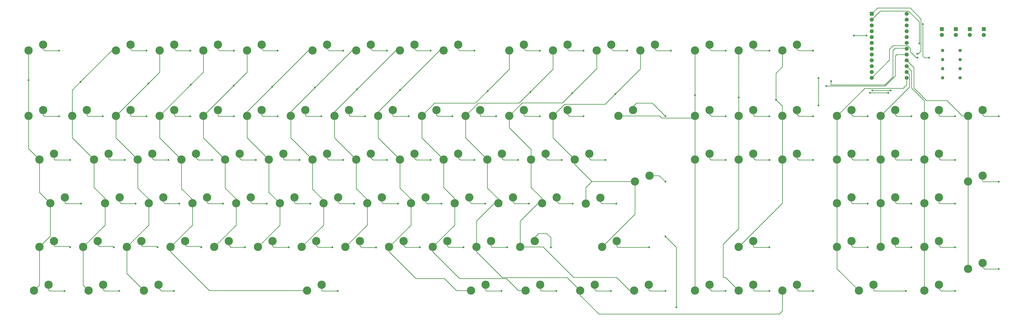
<source format=gbr>
%TF.GenerationSoftware,KiCad,Pcbnew,7.0.10*%
%TF.CreationDate,2024-04-02T12:10:37+02:00*%
%TF.ProjectId,k3yb.it,6b337962-2e69-4742-9e6b-696361645f70,v1.0b*%
%TF.SameCoordinates,Original*%
%TF.FileFunction,Copper,L1,Top*%
%TF.FilePolarity,Positive*%
%FSLAX46Y46*%
G04 Gerber Fmt 4.6, Leading zero omitted, Abs format (unit mm)*
G04 Created by KiCad (PCBNEW 7.0.10) date 2024-04-02 12:10:37*
%MOMM*%
%LPD*%
G01*
G04 APERTURE LIST*
%TA.AperFunction,ComponentPad*%
%ADD10C,3.600000*%
%TD*%
%TA.AperFunction,ComponentPad*%
%ADD11C,1.400000*%
%TD*%
%TA.AperFunction,ComponentPad*%
%ADD12O,1.400000X1.400000*%
%TD*%
%TA.AperFunction,ComponentPad*%
%ADD13R,1.800000X1.800000*%
%TD*%
%TA.AperFunction,ComponentPad*%
%ADD14C,1.800000*%
%TD*%
%TA.AperFunction,ComponentPad*%
%ADD15C,1.752600*%
%TD*%
%TA.AperFunction,ComponentPad*%
%ADD16R,1.752600X1.752600*%
%TD*%
%TA.AperFunction,ViaPad*%
%ADD17C,0.800000*%
%TD*%
%TA.AperFunction,Conductor*%
%ADD18C,0.250000*%
%TD*%
G04 APERTURE END LIST*
D10*
%TO.P,S50,2,2*%
%TO.N,Net-(D50-A)*%
X79057500Y-104775000D03*
%TO.P,S50,1,1*%
%TO.N,Col 1*%
X72707500Y-107315000D03*
%TD*%
%TO.P,S11,1,1*%
%TO.N,Col 10*%
X267970000Y-40640000D03*
%TO.P,S11,2,2*%
%TO.N,Net-(D11-A)*%
X274320000Y-38100000D03*
%TD*%
D11*
%TO.P,R3,1*%
%TO.N,Net-(D79-A)*%
X445465000Y-52655000D03*
D12*
%TO.P,R3,2*%
%TO.N,CAPS LOCK LED*%
X437845000Y-52655000D03*
%TD*%
D10*
%TO.P,S18,1,1*%
%TO.N,Col 1*%
X58420000Y-69215000D03*
%TO.P,S18,2,2*%
%TO.N,Net-(D18-A)*%
X64770000Y-66675000D03*
%TD*%
%TO.P,S78,1,1*%
%TO.N,Col 15*%
X348932500Y-126365000D03*
%TO.P,S78,2,2*%
%TO.N,Net-(D78-A)*%
X355282500Y-123825000D03*
%TD*%
%TO.P,S48,1,1*%
%TO.N,Col 15*%
X367982500Y-69215000D03*
%TO.P,S48,2,2*%
%TO.N,Net-(D48-A)*%
X374332500Y-66675000D03*
%TD*%
%TO.P,S8,1,1*%
%TO.N,Col 7*%
X201295000Y-40640000D03*
%TO.P,S8,2,2*%
%TO.N,Net-(D8-A)*%
X207645000Y-38100000D03*
%TD*%
%TO.P,S60,1,1*%
%TO.N,Col 11*%
X263207500Y-107315000D03*
%TO.P,S60,2,2*%
%TO.N,Net-(D60-A)*%
X269557500Y-104775000D03*
%TD*%
%TO.P,S56,1,1*%
%TO.N,Col 7*%
X187007500Y-107315000D03*
%TO.P,S56,2,2*%
%TO.N,Net-(D56-A)*%
X193357500Y-104775000D03*
%TD*%
%TO.P,S88,1,1*%
%TO.N,Col 11*%
X303371250Y-145415000D03*
%TO.P,S88,2,2*%
%TO.N,Net-(D88-A)*%
X309721250Y-142875000D03*
%TD*%
%TO.P,S3,1,1*%
%TO.N,Col 2*%
X96520000Y-40640000D03*
%TO.P,S3,2,2*%
%TO.N,Net-(D3-A)*%
X102870000Y-38100000D03*
%TD*%
%TO.P,S52,1,1*%
%TO.N,Col 3*%
X110807500Y-107315000D03*
%TO.P,S52,2,2*%
%TO.N,Net-(D52-A)*%
X117157500Y-104775000D03*
%TD*%
%TO.P,S59,1,1*%
%TO.N,Col 10*%
X244157500Y-107315000D03*
%TO.P,S59,2,2*%
%TO.N,Net-(D59-A)*%
X250507500Y-104775000D03*
%TD*%
%TO.P,S63,1,1*%
%TO.N,Col 14*%
X348932500Y-88265000D03*
%TO.P,S63,2,2*%
%TO.N,Net-(D63-A)*%
X355282500Y-85725000D03*
%TD*%
%TO.P,S20,1,1*%
%TO.N,Col 3*%
X96520000Y-69215000D03*
%TO.P,S20,2,2*%
%TO.N,Net-(D20-A)*%
X102870000Y-66675000D03*
%TD*%
%TO.P,S38,1,1*%
%TO.N,Col 5*%
X144145000Y-88265000D03*
%TO.P,S38,2,2*%
%TO.N,Net-(D38-A)*%
X150495000Y-85725000D03*
%TD*%
%TO.P,S61,1,1*%
%TO.N,Col 12*%
X303688750Y-97790000D03*
%TO.P,S61,2,2*%
%TO.N,Net-(D61-A)*%
X310038750Y-95250000D03*
%TD*%
%TO.P,S97,1,1*%
%TO.N,Pad Col 0*%
X391795000Y-69215000D03*
%TO.P,S97,2,2*%
%TO.N,Net-(D97-A)*%
X398145000Y-66675000D03*
%TD*%
%TO.P,S31,1,1*%
%TO.N,Col 12*%
X282257500Y-107473750D03*
%TO.P,S31,2,2*%
%TO.N,Net-(D31-A)*%
X288607500Y-104933750D03*
%TD*%
%TO.P,S13,1,1*%
%TO.N,Col 12*%
X306070000Y-40640000D03*
%TO.P,S13,2,2*%
%TO.N,Net-(D13-A)*%
X312420000Y-38100000D03*
%TD*%
%TO.P,S54,1,1*%
%TO.N,Col 5*%
X148907500Y-107315000D03*
%TO.P,S54,2,2*%
%TO.N,Net-(D54-A)*%
X155257500Y-104775000D03*
%TD*%
D13*
%TO.P,D80,1,K*%
%TO.N,LOW*%
X443611000Y-31358000D03*
D14*
%TO.P,D80,2,A*%
%TO.N,Net-(D80-A)*%
X443611000Y-33898000D03*
%TD*%
D10*
%TO.P,S30,1,1*%
%TO.N,Col 13*%
X296545000Y-69215000D03*
%TO.P,S30,2,2*%
%TO.N,Net-(D30-A)*%
X302895000Y-66675000D03*
%TD*%
%TO.P,S21,1,1*%
%TO.N,Col 4*%
X115570000Y-69215000D03*
%TO.P,S21,2,2*%
%TO.N,Net-(D21-A)*%
X121920000Y-66675000D03*
%TD*%
%TO.P,S26,1,1*%
%TO.N,Col 9*%
X210820000Y-69215000D03*
%TO.P,S26,2,2*%
%TO.N,Net-(D26-A)*%
X217170000Y-66675000D03*
%TD*%
%TO.P,S73,1,1*%
%TO.N,Col 8*%
X196532500Y-126365000D03*
%TO.P,S73,2,2*%
%TO.N,Net-(D73-A)*%
X202882500Y-123825000D03*
%TD*%
%TO.P,S87,1,1*%
%TO.N,Col 10*%
X279876250Y-145415000D03*
%TO.P,S87,2,2*%
%TO.N,Net-(D87-A)*%
X286226250Y-142875000D03*
%TD*%
%TO.P,S53,1,1*%
%TO.N,Col 4*%
X129857500Y-107315000D03*
%TO.P,S53,2,2*%
%TO.N,Net-(D53-A)*%
X136207500Y-104775000D03*
%TD*%
%TO.P,S47,1,1*%
%TO.N,Col 14*%
X348932500Y-69215000D03*
%TO.P,S47,2,2*%
%TO.N,Net-(D47-A)*%
X355282500Y-66675000D03*
%TD*%
%TO.P,S4,1,1*%
%TO.N,Col 3*%
X115570000Y-40640000D03*
%TO.P,S4,2,2*%
%TO.N,Net-(D4-A)*%
X121920000Y-38100000D03*
%TD*%
%TO.P,S2,1,1*%
%TO.N,Col 1*%
X77470000Y-40640000D03*
%TO.P,S2,2,2*%
%TO.N,Net-(D2-A)*%
X83820000Y-38100000D03*
%TD*%
%TO.P,S101,1,1*%
%TO.N,Pad Col 0*%
X391795000Y-88265000D03*
%TO.P,S101,2,2*%
%TO.N,Net-(D101-A)*%
X398145000Y-85725000D03*
%TD*%
%TO.P,S62,1,1*%
%TO.N,Col 13*%
X329882500Y-88265000D03*
%TO.P,S62,2,2*%
%TO.N,Net-(D62-A)*%
X336232500Y-85725000D03*
%TD*%
%TO.P,S65,1,1*%
%TO.N,Col 0*%
X44132500Y-126365000D03*
%TO.P,S65,2,2*%
%TO.N,Net-(D65-A)*%
X50482500Y-123825000D03*
%TD*%
%TO.P,S64,1,1*%
%TO.N,Col 15*%
X367982500Y-88265000D03*
%TO.P,S64,2,2*%
%TO.N,Net-(D64-A)*%
X374332500Y-85725000D03*
%TD*%
%TO.P,S71,1,1*%
%TO.N,Col 6*%
X158432500Y-126365000D03*
%TO.P,S71,2,2*%
%TO.N,Net-(D71-A)*%
X164782500Y-123825000D03*
%TD*%
%TO.P,S105,1,1*%
%TO.N,Pad Col 0*%
X391795000Y-107315000D03*
%TO.P,S105,2,2*%
%TO.N,Net-(D105-A)*%
X398145000Y-104775000D03*
%TD*%
%TO.P,S99,1,1*%
%TO.N,Pad Col 2*%
X429895000Y-69215000D03*
%TO.P,S99,2,2*%
%TO.N,Net-(D99-A)*%
X436245000Y-66675000D03*
%TD*%
%TO.P,S102,1,1*%
%TO.N,Pad Col 1*%
X410845000Y-88265000D03*
%TO.P,S102,2,2*%
%TO.N,Net-(D102-A)*%
X417195000Y-85725000D03*
%TD*%
%TO.P,S19,1,1*%
%TO.N,Col 2*%
X77470000Y-69215000D03*
%TO.P,S19,2,2*%
%TO.N,Net-(D19-A)*%
X83820000Y-66675000D03*
%TD*%
%TO.P,S70,1,1*%
%TO.N,Col 5*%
X139382500Y-126365000D03*
%TO.P,S70,2,2*%
%TO.N,Net-(D70-A)*%
X145732500Y-123825000D03*
%TD*%
%TO.P,S5,1,1*%
%TO.N,Col 4*%
X134620000Y-40640000D03*
%TO.P,S5,2,2*%
%TO.N,Net-(D5-A)*%
X140970000Y-38100000D03*
%TD*%
%TO.P,S28,1,1*%
%TO.N,Col 11*%
X248920000Y-69215000D03*
%TO.P,S28,2,2*%
%TO.N,Net-(D28-A)*%
X255270000Y-66675000D03*
%TD*%
%TO.P,S39,1,1*%
%TO.N,Col 6*%
X163195000Y-88265000D03*
%TO.P,S39,2,2*%
%TO.N,Net-(D39-A)*%
X169545000Y-85725000D03*
%TD*%
%TO.P,S98,1,1*%
%TO.N,Pad Col 1*%
X410845000Y-69215000D03*
%TO.P,S98,2,2*%
%TO.N,Net-(D98-A)*%
X417195000Y-66675000D03*
%TD*%
%TO.P,S83,1,1*%
%TO.N,Col 2*%
X89693750Y-145415000D03*
%TO.P,S83,2,2*%
%TO.N,Net-(D83-A)*%
X96043750Y-142875000D03*
%TD*%
%TO.P,S82,1,1*%
%TO.N,Col 1*%
X65563750Y-145415000D03*
%TO.P,S82,2,2*%
%TO.N,Net-(D82-A)*%
X71913750Y-142875000D03*
%TD*%
%TO.P,S41,1,1*%
%TO.N,Col 8*%
X201295000Y-88265000D03*
%TO.P,S41,2,2*%
%TO.N,Net-(D41-A)*%
X207645000Y-85725000D03*
%TD*%
%TO.P,S81,1,1*%
%TO.N,Col 0*%
X41751250Y-145415000D03*
%TO.P,S81,2,2*%
%TO.N,Net-(D81-A)*%
X48101250Y-142875000D03*
%TD*%
%TO.P,S45,1,1*%
%TO.N,Col 12*%
X277495000Y-88265000D03*
%TO.P,S45,2,2*%
%TO.N,Net-(D45-A)*%
X283845000Y-85725000D03*
%TD*%
%TO.P,S17,1,1*%
%TO.N,Col 0*%
X39370000Y-69215000D03*
%TO.P,S17,2,2*%
%TO.N,Net-(D17-A)*%
X45720000Y-66675000D03*
%TD*%
%TO.P,S37,1,1*%
%TO.N,Col 4*%
X125095000Y-88265000D03*
%TO.P,S37,2,2*%
%TO.N,Net-(D37-A)*%
X131445000Y-85725000D03*
%TD*%
%TO.P,S35,1,1*%
%TO.N,Col 2*%
X86995000Y-88265000D03*
%TO.P,S35,2,2*%
%TO.N,Net-(D35-A)*%
X93345000Y-85725000D03*
%TD*%
%TO.P,S75,1,1*%
%TO.N,Col 10*%
X234632500Y-126365000D03*
%TO.P,S75,2,2*%
%TO.N,Net-(D75-A)*%
X240982500Y-123825000D03*
%TD*%
%TO.P,S94,1,1*%
%TO.N,Pad Col 3*%
X448945000Y-135890000D03*
%TO.P,S94,2,2*%
%TO.N,Net-(D94-A)*%
X455295000Y-133350000D03*
%TD*%
%TO.P,S85,1,1*%
%TO.N,Col 8*%
X232251250Y-145415000D03*
%TO.P,S85,2,2*%
%TO.N,Net-(D85-A)*%
X238601250Y-142875000D03*
%TD*%
%TO.P,S91,1,1*%
%TO.N,Col 10*%
X367982500Y-145415000D03*
%TO.P,S91,2,2*%
%TO.N,Net-(D91-A)*%
X374332500Y-142875000D03*
%TD*%
%TO.P,S77,1,1*%
%TO.N,Col 12*%
X289401250Y-126365000D03*
%TO.P,S77,2,2*%
%TO.N,Net-(D77-A)*%
X295751250Y-123825000D03*
%TD*%
%TO.P,S68,1,1*%
%TO.N,Col 3*%
X101282500Y-126365000D03*
%TO.P,S68,2,2*%
%TO.N,Net-(D68-A)*%
X107632500Y-123825000D03*
%TD*%
%TO.P,S1,1,1*%
%TO.N,Col 0*%
X39370000Y-40640000D03*
%TO.P,S1,2,2*%
%TO.N,Net-(D1-A)*%
X45720000Y-38100000D03*
%TD*%
%TO.P,S76,1,1*%
%TO.N,Col 11*%
X253682500Y-126365000D03*
%TO.P,S76,2,2*%
%TO.N,Net-(D76-A)*%
X260032500Y-123825000D03*
%TD*%
%TO.P,S34,1,1*%
%TO.N,Col 1*%
X67945000Y-88265000D03*
%TO.P,S34,2,2*%
%TO.N,Net-(D34-A)*%
X74295000Y-85725000D03*
%TD*%
%TO.P,S23,1,1*%
%TO.N,Col 6*%
X153670000Y-69215000D03*
%TO.P,S23,2,2*%
%TO.N,Net-(D23-A)*%
X160020000Y-66675000D03*
%TD*%
D11*
%TO.P,R4,1*%
%TO.N,Net-(D95-A)*%
X445465000Y-48655000D03*
D12*
%TO.P,R4,2*%
%TO.N,MIC ON LED*%
X437845000Y-48655000D03*
%TD*%
D10*
%TO.P,S58,1,1*%
%TO.N,Col 9*%
X225107500Y-107315000D03*
%TO.P,S58,2,2*%
%TO.N,Net-(D58-A)*%
X231457500Y-104775000D03*
%TD*%
%TO.P,S92,1,1*%
%TO.N,Pad Col 0*%
X401320000Y-145415000D03*
%TO.P,S92,2,2*%
%TO.N,Net-(D92-A)*%
X407670000Y-142875000D03*
%TD*%
%TO.P,S110,1,1*%
%TO.N,Pad Col 2*%
X429895000Y-126365000D03*
%TO.P,S110,2,2*%
%TO.N,Net-(D110-A)*%
X436245000Y-123825000D03*
%TD*%
%TO.P,S24,1,1*%
%TO.N,Col 7*%
X172720000Y-69215000D03*
%TO.P,S24,2,2*%
%TO.N,Net-(D24-A)*%
X179070000Y-66675000D03*
%TD*%
%TO.P,S22,1,1*%
%TO.N,Col 5*%
X134620000Y-69215000D03*
%TO.P,S22,2,2*%
%TO.N,Net-(D22-A)*%
X140970000Y-66675000D03*
%TD*%
%TO.P,S46,1,1*%
%TO.N,Col 13*%
X329882500Y-69215000D03*
%TO.P,S46,2,2*%
%TO.N,Net-(D46-A)*%
X336232500Y-66675000D03*
%TD*%
%TO.P,S100,1,1*%
%TO.N,Pad Col 3*%
X448945000Y-69215000D03*
%TO.P,S100,2,2*%
%TO.N,Net-(D100-A)*%
X455295000Y-66675000D03*
%TD*%
%TO.P,S109,1,1*%
%TO.N,Pad Col 1*%
X410845000Y-126365000D03*
%TO.P,S109,2,2*%
%TO.N,Net-(D109-A)*%
X417195000Y-123825000D03*
%TD*%
%TO.P,S15,1,1*%
%TO.N,Col 14*%
X348932500Y-40640000D03*
%TO.P,S15,2,2*%
%TO.N,Net-(D15-A)*%
X355282500Y-38100000D03*
%TD*%
%TO.P,S51,1,1*%
%TO.N,Col 2*%
X91757500Y-107315000D03*
%TO.P,S51,2,2*%
%TO.N,Net-(D51-A)*%
X98107500Y-104775000D03*
%TD*%
%TO.P,S36,1,1*%
%TO.N,Col 3*%
X106045000Y-88265000D03*
%TO.P,S36,2,2*%
%TO.N,Net-(D36-A)*%
X112395000Y-85725000D03*
%TD*%
%TO.P,S74,1,1*%
%TO.N,Col 9*%
X215582500Y-126365000D03*
%TO.P,S74,2,2*%
%TO.N,Net-(D74-A)*%
X221932500Y-123825000D03*
%TD*%
%TO.P,S25,1,1*%
%TO.N,Col 8*%
X191770000Y-69215000D03*
%TO.P,S25,2,2*%
%TO.N,Net-(D25-A)*%
X198120000Y-66675000D03*
%TD*%
%TO.P,S16,1,1*%
%TO.N,Col 15*%
X367982500Y-40640000D03*
%TO.P,S16,2,2*%
%TO.N,Net-(D16-A)*%
X374332500Y-38100000D03*
%TD*%
%TO.P,S27,1,1*%
%TO.N,Col 10*%
X229870000Y-69215000D03*
%TO.P,S27,2,2*%
%TO.N,Net-(D27-A)*%
X236220000Y-66675000D03*
%TD*%
%TO.P,S6,1,1*%
%TO.N,Col 5*%
X163195000Y-40640000D03*
%TO.P,S6,2,2*%
%TO.N,Net-(D6-A)*%
X169545000Y-38100000D03*
%TD*%
%TO.P,S40,1,1*%
%TO.N,Col 7*%
X182245000Y-88265000D03*
%TO.P,S40,2,2*%
%TO.N,Net-(D40-A)*%
X188595000Y-85725000D03*
%TD*%
%TO.P,S90,1,1*%
%TO.N,Col 14*%
X348932500Y-145415000D03*
%TO.P,S90,2,2*%
%TO.N,Net-(D90-A)*%
X355282500Y-142875000D03*
%TD*%
%TO.P,S84,1,1*%
%TO.N,Col 3*%
X160813750Y-145415000D03*
%TO.P,S84,2,2*%
%TO.N,Net-(D84-A)*%
X167163750Y-142875000D03*
%TD*%
%TO.P,S14,1,1*%
%TO.N,Col 13*%
X329882500Y-40640000D03*
%TO.P,S14,2,2*%
%TO.N,Net-(D14-A)*%
X336232500Y-38100000D03*
%TD*%
%TO.P,S66,1,1*%
%TO.N,Col 1*%
X63182500Y-126365000D03*
%TO.P,S66,2,2*%
%TO.N,Net-(D66-A)*%
X69532500Y-123825000D03*
%TD*%
%TO.P,S72,1,1*%
%TO.N,Col 7*%
X177482500Y-126365000D03*
%TO.P,S72,2,2*%
%TO.N,Net-(D72-A)*%
X183832500Y-123825000D03*
%TD*%
%TO.P,S43,1,1*%
%TO.N,Col 10*%
X239395000Y-88265000D03*
%TO.P,S43,2,2*%
%TO.N,Net-(D43-A)*%
X245745000Y-85725000D03*
%TD*%
%TO.P,S107,1,1*%
%TO.N,Pad Col 2*%
X429895000Y-107315000D03*
%TO.P,S107,2,2*%
%TO.N,Net-(D107-A)*%
X436245000Y-104775000D03*
%TD*%
%TO.P,S86,1,1*%
%TO.N,Col 9*%
X256063750Y-145415000D03*
%TO.P,S86,2,2*%
%TO.N,Net-(D86-A)*%
X262413750Y-142875000D03*
%TD*%
%TO.P,S42,1,1*%
%TO.N,Col 9*%
X220345000Y-88265000D03*
%TO.P,S42,2,2*%
%TO.N,Net-(D42-A)*%
X226695000Y-85725000D03*
%TD*%
D13*
%TO.P,D95,1,K*%
%TO.N,LOW*%
X455803000Y-31364000D03*
D14*
%TO.P,D95,2,A*%
%TO.N,Net-(D95-A)*%
X455803000Y-33904000D03*
%TD*%
D13*
%TO.P,D79,1,K*%
%TO.N,LOW*%
X437515000Y-31358000D03*
D14*
%TO.P,D79,2,A*%
%TO.N,Net-(D79-A)*%
X437515000Y-33898000D03*
%TD*%
D10*
%TO.P,S106,1,1*%
%TO.N,Pad Col 1*%
X410845000Y-107315000D03*
%TO.P,S106,2,2*%
%TO.N,Net-(D106-A)*%
X417195000Y-104775000D03*
%TD*%
%TO.P,S55,2,2*%
%TO.N,Net-(D55-A)*%
X174307500Y-104775000D03*
%TO.P,S55,1,1*%
%TO.N,Col 6*%
X167957500Y-107315000D03*
%TD*%
%TO.P,S9,1,1*%
%TO.N,Col 8*%
X220345000Y-40640000D03*
%TO.P,S9,2,2*%
%TO.N,Net-(D9-A)*%
X226695000Y-38100000D03*
%TD*%
%TO.P,S67,1,1*%
%TO.N,Col 2*%
X82232500Y-126365000D03*
%TO.P,S67,2,2*%
%TO.N,Net-(D67-A)*%
X88582500Y-123825000D03*
%TD*%
D13*
%TO.P,D32,1,K*%
%TO.N,LOW*%
X449707000Y-31364000D03*
D14*
%TO.P,D32,2,A*%
%TO.N,Net-(D32-A)*%
X449707000Y-33904000D03*
%TD*%
D10*
%TO.P,S104,1,1*%
%TO.N,Pad Col 3*%
X448945000Y-97790000D03*
%TO.P,S104,2,2*%
%TO.N,Net-(D104-A)*%
X455295000Y-95250000D03*
%TD*%
%TO.P,S44,1,1*%
%TO.N,Col 11*%
X258445000Y-88265000D03*
%TO.P,S44,2,2*%
%TO.N,Net-(D44-A)*%
X264795000Y-85725000D03*
%TD*%
D11*
%TO.P,R2,1*%
%TO.N,Net-(D32-A)*%
X445465000Y-44655000D03*
D12*
%TO.P,R2,2*%
%TO.N,BLOC SCORR LED*%
X437845000Y-44655000D03*
%TD*%
D10*
%TO.P,S93,1,1*%
%TO.N,Pad Col 2*%
X429895000Y-145415000D03*
%TO.P,S93,2,2*%
%TO.N,Net-(D93-A)*%
X436245000Y-142875000D03*
%TD*%
%TO.P,S103,1,1*%
%TO.N,Pad Col 2*%
X429895000Y-88265000D03*
%TO.P,S103,2,2*%
%TO.N,Net-(D103-A)*%
X436245000Y-85725000D03*
%TD*%
D15*
%TO.P,U1,24,B+*%
%TO.N,unconnected-(U1-B+-Pad24)*%
X422155000Y-24655000D03*
%TO.P,U1,23,GND*%
%TO.N,LOW*%
X422155000Y-27195000D03*
%TO.P,U1,22,RST*%
%TO.N,NANO_RST*%
X422155000Y-29735000D03*
%TO.P,U1,21,3.3v*%
%TO.N,HIGH*%
X422155000Y-32275000D03*
%TO.P,U1,20,D21*%
%TO.N,NANO_MUX 1*%
X422155000Y-34815000D03*
%TO.P,U1,19,D20*%
%TO.N,NANO_MUX 2*%
X422155000Y-37355000D03*
%TO.P,U1,18,D19*%
%TO.N,NANO_MUX 3*%
X422155000Y-39895000D03*
%TO.P,U1,17,D18*%
%TO.N,NANO_MUX 4*%
X422155000Y-42435000D03*
%TO.P,U1,16,D15*%
%TO.N,Pad Col 3*%
X422155000Y-44975000D03*
%TO.P,U1,15,D14*%
%TO.N,Pad Col 2*%
X422155000Y-47515000D03*
%TO.P,U1,14,D16*%
%TO.N,Pad Col 1*%
X422155000Y-50055000D03*
%TO.P,U1,13,D10*%
%TO.N,Pad Col 0*%
X422155000Y-52595000D03*
%TO.P,U1,12,D9*%
%TO.N,LED_OUTPUT*%
X406915000Y-52595000D03*
%TO.P,U1,11,D8*%
%TO.N,Row 0*%
X406915000Y-50055000D03*
%TO.P,U1,10,D7*%
%TO.N,Row 1*%
X406915000Y-47515000D03*
%TO.P,U1,9,D6*%
%TO.N,Row 2*%
X406915000Y-44975000D03*
%TO.P,U1,8,D5*%
%TO.N,Row 3*%
X406915000Y-42435000D03*
%TO.P,U1,7,D4*%
%TO.N,Row 4*%
X406915000Y-39895000D03*
%TO.P,U1,6,D3*%
%TO.N,Row 5*%
X406915000Y-37355000D03*
%TO.P,U1,5,D2*%
%TO.N,Row 6*%
X406915000Y-34815000D03*
%TO.P,U1,4,GND*%
%TO.N,LOW*%
X406915000Y-32275000D03*
%TO.P,U1,3,GND*%
X406915000Y-29735000D03*
%TO.P,U1,2,D0*%
%TO.N,LED_MUX 2*%
X406915000Y-27195000D03*
D16*
%TO.P,U1,1,D1*%
%TO.N,LED_MUX 1*%
X406915000Y-24655000D03*
%TD*%
D10*
%TO.P,S10,1,1*%
%TO.N,Col 9*%
X248920000Y-40640000D03*
%TO.P,S10,2,2*%
%TO.N,Net-(D10-A)*%
X255270000Y-38100000D03*
%TD*%
%TO.P,S57,1,1*%
%TO.N,Col 8*%
X206057500Y-107315000D03*
%TO.P,S57,2,2*%
%TO.N,Net-(D57-A)*%
X212407500Y-104775000D03*
%TD*%
%TO.P,S49,1,1*%
%TO.N,Col 0*%
X48895000Y-107315000D03*
%TO.P,S49,2,2*%
%TO.N,Net-(D49-A)*%
X55245000Y-104775000D03*
%TD*%
%TO.P,S7,1,1*%
%TO.N,Col 6*%
X182245000Y-40640000D03*
%TO.P,S7,2,2*%
%TO.N,Net-(D7-A)*%
X188595000Y-38100000D03*
%TD*%
%TO.P,S33,1,1*%
%TO.N,Col 0*%
X44132500Y-88265000D03*
%TO.P,S33,2,2*%
%TO.N,Net-(D33-A)*%
X50482500Y-85725000D03*
%TD*%
%TO.P,S12,1,1*%
%TO.N,Col 11*%
X287020000Y-40640000D03*
%TO.P,S12,2,2*%
%TO.N,Net-(D12-A)*%
X293370000Y-38100000D03*
%TD*%
D11*
%TO.P,R1,1*%
%TO.N,Net-(D80-A)*%
X445465000Y-40655000D03*
D12*
%TO.P,R1,2*%
%TO.N,BLOC NUM LED*%
X437845000Y-40655000D03*
%TD*%
D10*
%TO.P,S89,1,1*%
%TO.N,Col 13*%
X329882500Y-145415000D03*
%TO.P,S89,2,2*%
%TO.N,Net-(D89-A)*%
X336232500Y-142875000D03*
%TD*%
%TO.P,S69,1,1*%
%TO.N,Col 4*%
X120332500Y-126365000D03*
%TO.P,S69,2,2*%
%TO.N,Net-(D69-A)*%
X126682500Y-123825000D03*
%TD*%
%TO.P,S108,1,1*%
%TO.N,Pad Col 0*%
X391795000Y-126365000D03*
%TO.P,S108,2,2*%
%TO.N,Net-(D108-A)*%
X398145000Y-123825000D03*
%TD*%
%TO.P,S29,1,1*%
%TO.N,Col 12*%
X267970000Y-69215000D03*
%TO.P,S29,2,2*%
%TO.N,Net-(D29-A)*%
X274320000Y-66675000D03*
%TD*%
D17*
%TO.N,LOW*%
X431927000Y-43815000D03*
X429155000Y-29155000D03*
%TO.N,Col 7*%
X182583617Y-57583617D03*
%TO.N,Col 6*%
X164155000Y-56880000D03*
%TO.N,Col 5*%
X145533617Y-56533617D03*
%TO.N,Col 4*%
X128780000Y-56005000D03*
%TO.N,Col 3*%
X110117500Y-55617500D03*
%TO.N,Col 2*%
X91617500Y-55067500D03*
%TO.N,Col 1*%
X62058617Y-54380000D03*
%TO.N,Col 0*%
X39370000Y-53655000D03*
%TO.N,NANO_MUX 2*%
X407155000Y-58155000D03*
X415155000Y-58155000D03*
%TO.N,NANO_MUX 1*%
X414155000Y-59155000D03*
X406155000Y-59155000D03*
%TO.N,NANO_MUX 4*%
X387138522Y-56144772D03*
%TO.N,NANO_MUX 3*%
X389248872Y-54034422D03*
%TO.N,Col 15*%
X365155000Y-62155000D03*
%TO.N,Col 14*%
X348932500Y-61155000D03*
%TO.N,Col 13*%
X329882500Y-60155000D03*
%TO.N,Col 12*%
X295155000Y-59680000D03*
%TO.N,Col 11*%
X276337500Y-59337500D03*
%TO.N,Col 10*%
X258155000Y-58780000D03*
%TO.N,Col 9*%
X239530000Y-58330000D03*
%TO.N,Col 8*%
X201358617Y-57880000D03*
%TO.N,HIGH*%
X399155000Y-34155000D03*
X404655000Y-34155000D03*
%TO.N,Row 0*%
X383698750Y-52705000D03*
X383698750Y-64611250D03*
%TO.N,Net-(D1-A)*%
X52705000Y-40798750D03*
%TO.N,Net-(D2-A)*%
X90805000Y-40798750D03*
%TO.N,Net-(D3-A)*%
X109855000Y-40798750D03*
%TO.N,Net-(D4-A)*%
X128905000Y-40798750D03*
%TO.N,Net-(D5-A)*%
X147955000Y-40798750D03*
%TO.N,Net-(D6-A)*%
X176530000Y-40798750D03*
%TO.N,Net-(D7-A)*%
X195580000Y-40798750D03*
%TO.N,Net-(D8-A)*%
X214630000Y-40798750D03*
%TO.N,Net-(D9-A)*%
X233680000Y-40798750D03*
%TO.N,Net-(D10-A)*%
X262255000Y-40798750D03*
%TO.N,Net-(D11-A)*%
X281305000Y-40798750D03*
%TO.N,Net-(D12-A)*%
X300355000Y-40798750D03*
%TO.N,Net-(D13-A)*%
X319405000Y-40798750D03*
%TO.N,Net-(D14-A)*%
X343217500Y-40798750D03*
%TO.N,Net-(D15-A)*%
X362267500Y-40798750D03*
%TO.N,Net-(D16-A)*%
X381317500Y-40798750D03*
%TO.N,Net-(D17-A)*%
X52705000Y-69373750D03*
%TO.N,Net-(D18-A)*%
X71755000Y-69373750D03*
%TO.N,Net-(D19-A)*%
X90805000Y-69373750D03*
%TO.N,Net-(D20-A)*%
X109855000Y-69373750D03*
%TO.N,Net-(D21-A)*%
X128905000Y-69373750D03*
%TO.N,Net-(D22-A)*%
X147955000Y-69373750D03*
%TO.N,Net-(D23-A)*%
X167005000Y-69373750D03*
%TO.N,Net-(D24-A)*%
X186055000Y-69373750D03*
%TO.N,Net-(D25-A)*%
X205105000Y-69373750D03*
%TO.N,Net-(D26-A)*%
X224155000Y-69373750D03*
%TO.N,Net-(D27-A)*%
X243205000Y-69373750D03*
%TO.N,Net-(D28-A)*%
X262255000Y-69373750D03*
%TO.N,Net-(D29-A)*%
X281305000Y-69373750D03*
%TO.N,Net-(D30-A)*%
X317023750Y-69373750D03*
%TO.N,Net-(D33-A)*%
X57467500Y-88423750D03*
%TO.N,Net-(D34-A)*%
X81280000Y-88423750D03*
%TO.N,Net-(D35-A)*%
X100330000Y-88423750D03*
%TO.N,Net-(D36-A)*%
X119380000Y-88423750D03*
%TO.N,Net-(D37-A)*%
X138430000Y-88423750D03*
%TO.N,Net-(D38-A)*%
X157480000Y-88423750D03*
%TO.N,Net-(D39-A)*%
X176530000Y-88423750D03*
%TO.N,Net-(D40-A)*%
X195580000Y-88423750D03*
%TO.N,Net-(D41-A)*%
X214630000Y-88423750D03*
%TO.N,Net-(D42-A)*%
X233680000Y-88423750D03*
%TO.N,Net-(D43-A)*%
X252730000Y-88423750D03*
%TO.N,Net-(D44-A)*%
X271780000Y-88423750D03*
%TO.N,Net-(D45-A)*%
X290830000Y-88423750D03*
%TO.N,Net-(D46-A)*%
X343217500Y-69373750D03*
%TO.N,Net-(D47-A)*%
X362267500Y-69373750D03*
%TO.N,Net-(D48-A)*%
X381317500Y-69373750D03*
%TO.N,Net-(D49-A)*%
X62230000Y-107473750D03*
%TO.N,Net-(D50-A)*%
X86042500Y-107473750D03*
%TO.N,Net-(D51-A)*%
X105092500Y-107473750D03*
%TO.N,Net-(D52-A)*%
X124142500Y-107473750D03*
%TO.N,Net-(D53-A)*%
X143192500Y-107473750D03*
%TO.N,Net-(D54-A)*%
X162242500Y-107473750D03*
%TO.N,Net-(D55-A)*%
X181292500Y-107473750D03*
%TO.N,Net-(D56-A)*%
X200342500Y-107473750D03*
%TO.N,Net-(D57-A)*%
X219392500Y-107473750D03*
%TO.N,Net-(D58-A)*%
X238442500Y-107473750D03*
%TO.N,Net-(D59-A)*%
X257492500Y-107473750D03*
%TO.N,Net-(D60-A)*%
X276542500Y-107473750D03*
%TO.N,Net-(D61-A)*%
X317023750Y-97948750D03*
%TO.N,Net-(D62-A)*%
X343217500Y-88423750D03*
%TO.N,Net-(D63-A)*%
X362267500Y-88423750D03*
%TO.N,Net-(D64-A)*%
X381317500Y-88423750D03*
%TO.N,Net-(D65-A)*%
X57467500Y-126523750D03*
%TO.N,Net-(D66-A)*%
X76517500Y-126523750D03*
%TO.N,Net-(D67-A)*%
X95567500Y-126523750D03*
%TO.N,Net-(D68-A)*%
X114617500Y-126523750D03*
%TO.N,Net-(D69-A)*%
X133667500Y-126523750D03*
%TO.N,Net-(D70-A)*%
X152717500Y-126523750D03*
%TO.N,Net-(D71-A)*%
X171767500Y-126523750D03*
%TO.N,Net-(D72-A)*%
X190817500Y-126619000D03*
%TO.N,Net-(D73-A)*%
X209867500Y-126523750D03*
%TO.N,Net-(D74-A)*%
X228917500Y-126523750D03*
%TO.N,Net-(D75-A)*%
X247967500Y-126523750D03*
%TO.N,Net-(D76-A)*%
X267017500Y-126523750D03*
%TO.N,Net-(D77-A)*%
X309880000Y-126523750D03*
%TO.N,Net-(D78-A)*%
X362267500Y-126523750D03*
%TO.N,Row 5*%
X317023750Y-121761250D03*
X321786250Y-152717500D03*
%TO.N,Net-(D81-A)*%
X55086250Y-145573750D03*
%TO.N,Net-(D82-A)*%
X78898750Y-145573750D03*
%TO.N,Net-(D83-A)*%
X102711250Y-145573750D03*
%TO.N,Net-(D84-A)*%
X174148750Y-145573750D03*
%TO.N,Net-(D85-A)*%
X245586250Y-145573750D03*
%TO.N,Net-(D86-A)*%
X269398750Y-145573750D03*
%TO.N,Net-(D87-A)*%
X293211250Y-145573750D03*
%TO.N,Net-(D88-A)*%
X317023750Y-145573750D03*
%TO.N,Net-(D89-A)*%
X343217500Y-145573750D03*
%TO.N,Net-(D90-A)*%
X362267500Y-145573750D03*
%TO.N,Net-(D91-A)*%
X381317500Y-145573750D03*
%TO.N,Net-(D92-A)*%
X421798750Y-145573750D03*
%TO.N,Net-(D93-A)*%
X443230000Y-145573750D03*
%TO.N,Net-(D94-A)*%
X462280000Y-136048750D03*
%TO.N,Net-(D97-A)*%
X405130000Y-69373750D03*
%TO.N,Net-(D98-A)*%
X424180000Y-69373750D03*
%TO.N,Net-(D99-A)*%
X443230000Y-69373750D03*
%TO.N,Net-(D100-A)*%
X462280000Y-69373750D03*
%TO.N,LED_OUTPUT*%
X426847000Y-43815000D03*
%TO.N,Net-(D110-A)*%
X443230000Y-126523750D03*
%TO.N,Net-(D108-A)*%
X405130000Y-126523750D03*
%TO.N,Net-(D104-A)*%
X462280000Y-97948750D03*
%TO.N,Net-(D103-A)*%
X443230000Y-88423750D03*
%TO.N,Net-(D102-A)*%
X424180000Y-88423750D03*
%TO.N,Net-(D101-A)*%
X405130000Y-88423750D03*
%TO.N,Net-(D109-A)*%
X424180000Y-126523750D03*
%TO.N,Net-(D107-A)*%
X443230000Y-107473750D03*
%TO.N,Net-(D106-A)*%
X424180000Y-107473750D03*
%TO.N,Net-(D105-A)*%
X405130000Y-107473750D03*
%TO.N,Net-(D31-A)*%
X295592500Y-107473750D03*
%TO.N,LED_MUX 1*%
X426847000Y-42155000D03*
X426847000Y-42155000D03*
%TO.N,LED_MUX 2*%
X427655000Y-37655000D03*
%TD*%
D18*
%TO.N,Net-(D28-A)*%
X255809750Y-69373750D02*
X262255000Y-69373750D01*
X255270000Y-68834000D02*
X255809750Y-69373750D01*
X255270000Y-66675000D02*
X255270000Y-68834000D01*
%TO.N,Net-(D27-A)*%
X236505750Y-69373750D02*
X243205000Y-69373750D01*
X236220000Y-69088000D02*
X236505750Y-69373750D01*
X236220000Y-66675000D02*
X236220000Y-69088000D01*
%TO.N,Net-(D61-A)*%
X310038750Y-95250000D02*
X314325000Y-95250000D01*
X314325000Y-95250000D02*
X317023750Y-97948750D01*
%TO.N,Net-(D26-A)*%
X217709750Y-69373750D02*
X224155000Y-69373750D01*
X217170000Y-68834000D02*
X217709750Y-69373750D01*
X217170000Y-66675000D02*
X217170000Y-68834000D01*
%TO.N,Net-(D25-A)*%
X198405750Y-69373750D02*
X205105000Y-69373750D01*
X198120000Y-69088000D02*
X198405750Y-69373750D01*
X198120000Y-66675000D02*
X198120000Y-69088000D01*
%TO.N,Net-(D24-A)*%
X179609750Y-69373750D02*
X186055000Y-69373750D01*
X179070000Y-68834000D02*
X179609750Y-69373750D01*
X179070000Y-66675000D02*
X179070000Y-68834000D01*
%TO.N,Net-(D23-A)*%
X160559750Y-69373750D02*
X167005000Y-69373750D01*
X160020000Y-68834000D02*
X160559750Y-69373750D01*
X160020000Y-66675000D02*
X160020000Y-68834000D01*
%TO.N,Net-(D22-A)*%
X141509750Y-69373750D02*
X147955000Y-69373750D01*
X140970000Y-68834000D02*
X141509750Y-69373750D01*
X140970000Y-66675000D02*
X140970000Y-68834000D01*
%TO.N,Net-(D21-A)*%
X122205750Y-69373750D02*
X128905000Y-69373750D01*
X121920000Y-69088000D02*
X122205750Y-69373750D01*
X121920000Y-66675000D02*
X121920000Y-69088000D01*
%TO.N,Net-(D20-A)*%
X103409750Y-69373750D02*
X109855000Y-69373750D01*
X102870000Y-66675000D02*
X102870000Y-68834000D01*
X102870000Y-68834000D02*
X103409750Y-69373750D01*
%TO.N,Net-(D19-A)*%
X83820000Y-66675000D02*
X83820000Y-69088000D01*
X83820000Y-69088000D02*
X84105750Y-69373750D01*
X84105750Y-69373750D02*
X90805000Y-69373750D01*
%TO.N,Net-(D18-A)*%
X65309750Y-69373750D02*
X71755000Y-69373750D01*
X64770000Y-68834000D02*
X65309750Y-69373750D01*
X64770000Y-66675000D02*
X64770000Y-68834000D01*
%TO.N,Net-(D17-A)*%
X45720000Y-68834000D02*
X46259750Y-69373750D01*
X46259750Y-69373750D02*
X52705000Y-69373750D01*
X45720000Y-66675000D02*
X45720000Y-68834000D01*
%TO.N,Net-(D34-A)*%
X74295000Y-87915750D02*
X74803000Y-88423750D01*
X74803000Y-88423750D02*
X81280000Y-88423750D01*
X74295000Y-85725000D02*
X74295000Y-87915750D01*
%TO.N,Net-(D33-A)*%
X50482500Y-88074500D02*
X50831750Y-88423750D01*
X50482500Y-85725000D02*
X50482500Y-88074500D01*
X50831750Y-88423750D02*
X57467500Y-88423750D01*
%TO.N,Net-(D81-A)*%
X48545750Y-145573750D02*
X55086250Y-145573750D01*
X48101250Y-145129250D02*
X48545750Y-145573750D01*
X48101250Y-142875000D02*
X48101250Y-145129250D01*
%TO.N,Net-(D82-A)*%
X71913750Y-145065750D02*
X72421750Y-145573750D01*
X71913750Y-142875000D02*
X71913750Y-145065750D01*
X72421750Y-145573750D02*
X78898750Y-145573750D01*
%TO.N,Net-(D83-A)*%
X96043750Y-144303750D02*
X97313750Y-145573750D01*
X97313750Y-145573750D02*
X102711250Y-145573750D01*
X96043750Y-142875000D02*
X96043750Y-144303750D01*
%TO.N,Net-(D84-A)*%
X167417750Y-145573750D02*
X174148750Y-145573750D01*
X167163750Y-145319750D02*
X167417750Y-145573750D01*
X167163750Y-142875000D02*
X167163750Y-145319750D01*
%TO.N,Net-(D85-A)*%
X239045750Y-145573750D02*
X245586250Y-145573750D01*
X238601250Y-145129250D02*
X239045750Y-145573750D01*
X238601250Y-142875000D02*
X238601250Y-145129250D01*
%TO.N,Net-(D86-A)*%
X262921750Y-145573750D02*
X269398750Y-145573750D01*
X262413750Y-145065750D02*
X262921750Y-145573750D01*
X262413750Y-142875000D02*
X262413750Y-145065750D01*
%TO.N,Net-(D87-A)*%
X286797750Y-145573750D02*
X293211250Y-145573750D01*
X286226250Y-145002250D02*
X286797750Y-145573750D01*
X286226250Y-142875000D02*
X286226250Y-145002250D01*
%TO.N,Net-(D88-A)*%
X310165750Y-145573750D02*
X317023750Y-145573750D01*
X309721250Y-145129250D02*
X310165750Y-145573750D01*
X309721250Y-142875000D02*
X309721250Y-145129250D01*
%TO.N,Net-(D89-A)*%
X337089750Y-145573750D02*
X343217500Y-145573750D01*
X336232500Y-142875000D02*
X336232500Y-144716500D01*
X336232500Y-144716500D02*
X337089750Y-145573750D01*
%TO.N,Net-(D91-A)*%
X375031000Y-145573750D02*
X381317500Y-145573750D01*
X374332500Y-144875250D02*
X375031000Y-145573750D01*
X374332500Y-142875000D02*
X374332500Y-144875250D01*
%TO.N,Net-(D90-A)*%
X355885750Y-145573750D02*
X362267500Y-145573750D01*
X355282500Y-144970500D02*
X355885750Y-145573750D01*
X355282500Y-142875000D02*
X355282500Y-144970500D01*
%TO.N,Net-(D92-A)*%
X408209750Y-145573750D02*
X421798750Y-145573750D01*
X407670000Y-142875000D02*
X407670000Y-145034000D01*
X407670000Y-145034000D02*
X408209750Y-145573750D01*
%TO.N,Net-(D93-A)*%
X437165750Y-145573750D02*
X443230000Y-145573750D01*
X436245000Y-144653000D02*
X437165750Y-145573750D01*
X436245000Y-142875000D02*
X436245000Y-144653000D01*
%TO.N,Net-(D94-A)*%
X456088750Y-136048750D02*
X462280000Y-136048750D01*
X455295000Y-135255000D02*
X456088750Y-136048750D01*
X455295000Y-133350000D02*
X455295000Y-135255000D01*
%TO.N,Net-(D97-A)*%
X398811750Y-69373750D02*
X405130000Y-69373750D01*
X398145000Y-66675000D02*
X398145000Y-68707000D01*
X398145000Y-68707000D02*
X398811750Y-69373750D01*
%TO.N,Net-(D99-A)*%
X436657750Y-69373750D02*
X443230000Y-69373750D01*
X436245000Y-68961000D02*
X436657750Y-69373750D01*
X436245000Y-66675000D02*
X436245000Y-68961000D01*
%TO.N,Net-(D104-A)*%
X455580750Y-97948750D02*
X462280000Y-97948750D01*
X455295000Y-97663000D02*
X455580750Y-97948750D01*
X455295000Y-95250000D02*
X455295000Y-97663000D01*
%TO.N,Net-(D105-A)*%
X398557750Y-107473750D02*
X405130000Y-107473750D01*
X398145000Y-107061000D02*
X398557750Y-107473750D01*
X398145000Y-104775000D02*
X398145000Y-107061000D01*
%TO.N,Net-(D106-A)*%
X417195000Y-106807000D02*
X417861750Y-107473750D01*
X417861750Y-107473750D02*
X424180000Y-107473750D01*
X417195000Y-104775000D02*
X417195000Y-106807000D01*
%TO.N,Net-(D107-A)*%
X436245000Y-107061000D02*
X436657750Y-107473750D01*
X436657750Y-107473750D02*
X443230000Y-107473750D01*
X436245000Y-104775000D02*
X436245000Y-107061000D01*
%TO.N,Net-(D110-A)*%
X436245000Y-123825000D02*
X436245000Y-125857000D01*
X436245000Y-125857000D02*
X436911750Y-126523750D01*
X436911750Y-126523750D02*
X443230000Y-126523750D01*
%TO.N,Net-(D109-A)*%
X417195000Y-126111000D02*
X417607750Y-126523750D01*
X417607750Y-126523750D02*
X424180000Y-126523750D01*
X417195000Y-123825000D02*
X417195000Y-126111000D01*
%TO.N,Net-(D108-A)*%
X398811750Y-126523750D02*
X405130000Y-126523750D01*
X398145000Y-125857000D02*
X398811750Y-126523750D01*
X398145000Y-123825000D02*
X398145000Y-125857000D01*
%TO.N,Net-(D78-A)*%
X355631750Y-126523750D02*
X362267500Y-126523750D01*
X355282500Y-126174500D02*
X355631750Y-126523750D01*
X355282500Y-123825000D02*
X355282500Y-126174500D01*
%TO.N,Net-(D77-A)*%
X296195750Y-126523750D02*
X309880000Y-126523750D01*
X295751250Y-126079250D02*
X296195750Y-126523750D01*
X295751250Y-123825000D02*
X295751250Y-126079250D01*
%TO.N,Net-(D76-A)*%
X267017500Y-122237500D02*
X267017500Y-126523750D01*
X265303000Y-120523000D02*
X267017500Y-122237500D01*
X261747000Y-120523000D02*
X265303000Y-120523000D01*
X260032500Y-122237500D02*
X261747000Y-120523000D01*
X260032500Y-123825000D02*
X260032500Y-122237500D01*
%TO.N,Net-(D75-A)*%
X240982500Y-126174500D02*
X241331750Y-126523750D01*
X240982500Y-123825000D02*
X240982500Y-126174500D01*
X241331750Y-126523750D02*
X247967500Y-126523750D01*
%TO.N,Net-(D74-A)*%
X222535750Y-126523750D02*
X228917500Y-126523750D01*
X221932500Y-125920500D02*
X222535750Y-126523750D01*
X221932500Y-123825000D02*
X221932500Y-125920500D01*
%TO.N,Net-(D73-A)*%
X203739750Y-126523750D02*
X209867500Y-126523750D01*
X202882500Y-125666500D02*
X203739750Y-126523750D01*
X202882500Y-123825000D02*
X202882500Y-125666500D01*
%TO.N,Net-(D72-A)*%
X183832500Y-125920500D02*
X183832500Y-123825000D01*
X184531000Y-126619000D02*
X183832500Y-125920500D01*
X190817500Y-126619000D02*
X184531000Y-126619000D01*
%TO.N,Net-(D71-A)*%
X165639750Y-126523750D02*
X171767500Y-126523750D01*
X164782500Y-125666500D02*
X165639750Y-126523750D01*
X164782500Y-123825000D02*
X164782500Y-125666500D01*
%TO.N,Net-(D70-A)*%
X145732500Y-125920500D02*
X146335750Y-126523750D01*
X146335750Y-126523750D02*
X152717500Y-126523750D01*
X145732500Y-123825000D02*
X145732500Y-125920500D01*
%TO.N,Net-(D69-A)*%
X127539750Y-126523750D02*
X133667500Y-126523750D01*
X126682500Y-125666500D02*
X127539750Y-126523750D01*
X126682500Y-123825000D02*
X126682500Y-125666500D01*
%TO.N,Net-(D68-A)*%
X108331000Y-126111000D02*
X114204750Y-126111000D01*
X107632500Y-125412500D02*
X108331000Y-126111000D01*
X107632500Y-123825000D02*
X107632500Y-125412500D01*
X114204750Y-126111000D02*
X114617500Y-126523750D01*
%TO.N,Net-(D67-A)*%
X95154750Y-126111000D02*
X95567500Y-126523750D01*
X89027000Y-126111000D02*
X95154750Y-126111000D01*
X88582500Y-125666500D02*
X89027000Y-126111000D01*
X88582500Y-123825000D02*
X88582500Y-125666500D01*
%TO.N,Net-(D66-A)*%
X76104750Y-126111000D02*
X76517500Y-126523750D01*
X70231000Y-126111000D02*
X76104750Y-126111000D01*
X69532500Y-125412500D02*
X70231000Y-126111000D01*
X69532500Y-123825000D02*
X69532500Y-125412500D01*
%TO.N,Net-(D65-A)*%
X50482500Y-125666500D02*
X50927000Y-126111000D01*
X50927000Y-126111000D02*
X57054750Y-126111000D01*
X57054750Y-126111000D02*
X57467500Y-126523750D01*
X50482500Y-123825000D02*
X50482500Y-125666500D01*
%TO.N,Net-(D56-A)*%
X193833750Y-107473750D02*
X200342500Y-107473750D01*
X193357500Y-104775000D02*
X193357500Y-106997500D01*
X193357500Y-106997500D02*
X193833750Y-107473750D01*
%TO.N,Net-(D55-A)*%
X175037750Y-107473750D02*
X181292500Y-107473750D01*
X174307500Y-106743500D02*
X175037750Y-107473750D01*
X174307500Y-104775000D02*
X174307500Y-106743500D01*
%TO.N,Net-(D54-A)*%
X155733750Y-107473750D02*
X162242500Y-107473750D01*
X155257500Y-106997500D02*
X155733750Y-107473750D01*
X155257500Y-104775000D02*
X155257500Y-106997500D01*
%TO.N,Net-(D53-A)*%
X136207500Y-106743500D02*
X136937750Y-107473750D01*
X136207500Y-104775000D02*
X136207500Y-106743500D01*
X136937750Y-107473750D02*
X143192500Y-107473750D01*
%TO.N,Net-(D52-A)*%
X117633750Y-107473750D02*
X124142500Y-107473750D01*
X117157500Y-106997500D02*
X117633750Y-107473750D01*
X117157500Y-104775000D02*
X117157500Y-106997500D01*
%TO.N,Net-(D51-A)*%
X98107500Y-106743500D02*
X98837750Y-107473750D01*
X98107500Y-104775000D02*
X98107500Y-106743500D01*
X98837750Y-107473750D02*
X105092500Y-107473750D01*
%TO.N,Net-(D50-A)*%
X79787750Y-107473750D02*
X86042500Y-107473750D01*
X79057500Y-106743500D02*
X79787750Y-107473750D01*
X79057500Y-104775000D02*
X79057500Y-106743500D01*
%TO.N,Net-(D49-A)*%
X55657750Y-107473750D02*
X62230000Y-107473750D01*
X55245000Y-107061000D02*
X55657750Y-107473750D01*
X55245000Y-104775000D02*
X55245000Y-107061000D01*
%TO.N,Net-(D102-A)*%
X417607750Y-88423750D02*
X424180000Y-88423750D01*
X417195000Y-88011000D02*
X417607750Y-88423750D01*
X417195000Y-85725000D02*
X417195000Y-88011000D01*
%TO.N,Net-(D103-A)*%
X436911750Y-88423750D02*
X443230000Y-88423750D01*
X436245000Y-87757000D02*
X436911750Y-88423750D01*
X436245000Y-85725000D02*
X436245000Y-87757000D01*
%TO.N,Net-(D101-A)*%
X398811750Y-88423750D02*
X405130000Y-88423750D01*
X398145000Y-87757000D02*
X398811750Y-88423750D01*
X398145000Y-85725000D02*
X398145000Y-87757000D01*
%TO.N,Net-(D64-A)*%
X374935750Y-88423750D02*
X381317500Y-88423750D01*
X374332500Y-85725000D02*
X374332500Y-87820500D01*
X374332500Y-87820500D02*
X374935750Y-88423750D01*
%TO.N,Net-(D63-A)*%
X355282500Y-87566500D02*
X356139750Y-88423750D01*
X356139750Y-88423750D02*
X362267500Y-88423750D01*
X355282500Y-85725000D02*
X355282500Y-87566500D01*
%TO.N,Net-(D62-A)*%
X336835750Y-88423750D02*
X343217500Y-88423750D01*
X336232500Y-87820500D02*
X336835750Y-88423750D01*
X336232500Y-85725000D02*
X336232500Y-87820500D01*
%TO.N,Net-(D45-A)*%
X284511750Y-88423750D02*
X290830000Y-88423750D01*
X283845000Y-87757000D02*
X284511750Y-88423750D01*
X283845000Y-85725000D02*
X283845000Y-87757000D01*
%TO.N,Net-(D44-A)*%
X265715750Y-88423750D02*
X271780000Y-88423750D01*
X264795000Y-87503000D02*
X265715750Y-88423750D01*
X264795000Y-85725000D02*
X264795000Y-87503000D01*
%TO.N,Net-(D43-A)*%
X246411750Y-88423750D02*
X252730000Y-88423750D01*
X245745000Y-87757000D02*
X246411750Y-88423750D01*
X245745000Y-85725000D02*
X245745000Y-87757000D01*
%TO.N,Net-(D42-A)*%
X226695000Y-85725000D02*
X226695000Y-87503000D01*
X226695000Y-87503000D02*
X227615750Y-88423750D01*
X227615750Y-88423750D02*
X233680000Y-88423750D01*
%TO.N,Net-(D41-A)*%
X208311750Y-88423750D02*
X214630000Y-88423750D01*
X207645000Y-87757000D02*
X208311750Y-88423750D01*
X207645000Y-85725000D02*
X207645000Y-87757000D01*
%TO.N,Net-(D40-A)*%
X188595000Y-87503000D02*
X189515750Y-88423750D01*
X189515750Y-88423750D02*
X195580000Y-88423750D01*
X188595000Y-85725000D02*
X188595000Y-87503000D01*
%TO.N,Net-(D39-A)*%
X170211750Y-88423750D02*
X176530000Y-88423750D01*
X169545000Y-87757000D02*
X170211750Y-88423750D01*
X169545000Y-85725000D02*
X169545000Y-87757000D01*
%TO.N,Net-(D38-A)*%
X150907750Y-88423750D02*
X157480000Y-88423750D01*
X150495000Y-88011000D02*
X150907750Y-88423750D01*
X150495000Y-85725000D02*
X150495000Y-88011000D01*
%TO.N,Net-(D37-A)*%
X132111750Y-88423750D02*
X138430000Y-88423750D01*
X131445000Y-87757000D02*
X132111750Y-88423750D01*
X131445000Y-85725000D02*
X131445000Y-87757000D01*
%TO.N,Net-(D36-A)*%
X113315750Y-88423750D02*
X119380000Y-88423750D01*
X112395000Y-87503000D02*
X113315750Y-88423750D01*
X112395000Y-85725000D02*
X112395000Y-87503000D01*
%TO.N,Net-(D35-A)*%
X93345000Y-87757000D02*
X94011750Y-88423750D01*
X94011750Y-88423750D02*
X100330000Y-88423750D01*
X93345000Y-85725000D02*
X93345000Y-87757000D01*
%TO.N,Net-(D100-A)*%
X455961750Y-69373750D02*
X462280000Y-69373750D01*
X455295000Y-68707000D02*
X455961750Y-69373750D01*
X455295000Y-66675000D02*
X455295000Y-68707000D01*
%TO.N,Net-(D98-A)*%
X417861750Y-69373750D02*
X424180000Y-69373750D01*
X417195000Y-68707000D02*
X417861750Y-69373750D01*
X417195000Y-66675000D02*
X417195000Y-68707000D01*
%TO.N,Net-(D48-A)*%
X374332500Y-68516500D02*
X375189750Y-69373750D01*
X374332500Y-66675000D02*
X374332500Y-68516500D01*
X375189750Y-69373750D02*
X381317500Y-69373750D01*
%TO.N,Net-(D47-A)*%
X355885750Y-69373750D02*
X362267500Y-69373750D01*
X355282500Y-68770500D02*
X355885750Y-69373750D01*
X355282500Y-66675000D02*
X355282500Y-68770500D01*
%TO.N,Net-(D46-A)*%
X337089750Y-69373750D02*
X343217500Y-69373750D01*
X336232500Y-68516500D02*
X337089750Y-69373750D01*
X336232500Y-66675000D02*
X336232500Y-68516500D01*
%TO.N,Net-(D30-A)*%
X311277000Y-63627000D02*
X317023750Y-69373750D01*
X304419000Y-63627000D02*
X311277000Y-63627000D01*
X302895000Y-66675000D02*
X302895000Y-65151000D01*
X302895000Y-65151000D02*
X304419000Y-63627000D01*
%TO.N,Net-(D29-A)*%
X275113750Y-69373750D02*
X281305000Y-69373750D01*
X274320000Y-68580000D02*
X275113750Y-69373750D01*
X274320000Y-66675000D02*
X274320000Y-68580000D01*
%TO.N,Net-(D16-A)*%
X375062750Y-40798750D02*
X381317500Y-40798750D01*
X374332500Y-40068500D02*
X375062750Y-40798750D01*
X374332500Y-38100000D02*
X374332500Y-40068500D01*
%TO.N,Net-(D15-A)*%
X355282500Y-39814500D02*
X356266750Y-40798750D01*
X356266750Y-40798750D02*
X362267500Y-40798750D01*
X355282500Y-38100000D02*
X355282500Y-39814500D01*
%TO.N,Net-(D14-A)*%
X336962750Y-40798750D02*
X343217500Y-40798750D01*
X336232500Y-40068500D02*
X336962750Y-40798750D01*
X336232500Y-38100000D02*
X336232500Y-40068500D01*
%TO.N,Net-(D13-A)*%
X313086750Y-40798750D02*
X319405000Y-40798750D01*
X312420000Y-40132000D02*
X313086750Y-40798750D01*
X312420000Y-38100000D02*
X312420000Y-40132000D01*
%TO.N,Net-(D12-A)*%
X294290750Y-40798750D02*
X300355000Y-40798750D01*
X293370000Y-39878000D02*
X294290750Y-40798750D01*
X293370000Y-38100000D02*
X293370000Y-39878000D01*
%TO.N,Net-(D11-A)*%
X274986750Y-40798750D02*
X281305000Y-40798750D01*
X274320000Y-40132000D02*
X274986750Y-40798750D01*
X274320000Y-38100000D02*
X274320000Y-40132000D01*
%TO.N,Net-(D10-A)*%
X256190750Y-40798750D02*
X262255000Y-40798750D01*
X255270000Y-39878000D02*
X256190750Y-40798750D01*
X255270000Y-38100000D02*
X255270000Y-39878000D01*
%TO.N,Net-(D9-A)*%
X226695000Y-38100000D02*
X226695000Y-40259000D01*
X226695000Y-40259000D02*
X227234750Y-40798750D01*
X227234750Y-40798750D02*
X233680000Y-40798750D01*
%TO.N,Net-(D7-A)*%
X189388750Y-40798750D02*
X195580000Y-40798750D01*
X188595000Y-38100000D02*
X188595000Y-40005000D01*
X188595000Y-40005000D02*
X189388750Y-40798750D01*
%TO.N,Net-(D8-A)*%
X208438750Y-40798750D02*
X214630000Y-40798750D01*
X207645000Y-38100000D02*
X207645000Y-40005000D01*
X207645000Y-40005000D02*
X208438750Y-40798750D01*
%TO.N,Net-(D6-A)*%
X170338750Y-40798750D02*
X176530000Y-40798750D01*
X169545000Y-40005000D02*
X170338750Y-40798750D01*
X169545000Y-38100000D02*
X169545000Y-40005000D01*
%TO.N,Net-(D5-A)*%
X141890750Y-40798750D02*
X147955000Y-40798750D01*
X140970000Y-39878000D02*
X141890750Y-40798750D01*
X140970000Y-38100000D02*
X140970000Y-39878000D01*
%TO.N,Net-(D4-A)*%
X121920000Y-40132000D02*
X122586750Y-40798750D01*
X121920000Y-38100000D02*
X121920000Y-40132000D01*
X122586750Y-40798750D02*
X128905000Y-40798750D01*
%TO.N,Net-(D3-A)*%
X102870000Y-39878000D02*
X102870000Y-38100000D01*
X109855000Y-40798750D02*
X103790750Y-40798750D01*
X103790750Y-40798750D02*
X102870000Y-39878000D01*
%TO.N,Net-(D2-A)*%
X84486750Y-40798750D02*
X90805000Y-40798750D01*
X83820000Y-40132000D02*
X84486750Y-40798750D01*
X83820000Y-38100000D02*
X83820000Y-40132000D01*
%TO.N,Net-(D1-A)*%
X46386750Y-40798750D02*
X52705000Y-40798750D01*
X45720000Y-40132000D02*
X46386750Y-40798750D01*
X45720000Y-38100000D02*
X45720000Y-40132000D01*
%TO.N,Net-(D31-A)*%
X289337750Y-107473750D02*
X295592500Y-107473750D01*
X288607500Y-104933750D02*
X288607500Y-106743500D01*
X288607500Y-106743500D02*
X289337750Y-107473750D01*
%TO.N,Net-(D60-A)*%
X269557500Y-106489500D02*
X270541750Y-107473750D01*
X269557500Y-104775000D02*
X269557500Y-106489500D01*
X270541750Y-107473750D02*
X276542500Y-107473750D01*
%TO.N,Col 11*%
X263207500Y-105219500D02*
X263207500Y-107315000D01*
X258445000Y-100457000D02*
X263207500Y-105219500D01*
X258445000Y-88265000D02*
X258445000Y-100457000D01*
%TO.N,Net-(D59-A)*%
X251237750Y-107473750D02*
X257492500Y-107473750D01*
X250507500Y-106743500D02*
X251237750Y-107473750D01*
X250507500Y-104775000D02*
X250507500Y-106743500D01*
%TO.N,Col 10*%
X244157500Y-105473500D02*
X244157500Y-107315000D01*
X239395000Y-88265000D02*
X239395000Y-100711000D01*
X239395000Y-100711000D02*
X244157500Y-105473500D01*
%TO.N,Net-(D58-A)*%
X232441750Y-107473750D02*
X238442500Y-107473750D01*
X231457500Y-106489500D02*
X232441750Y-107473750D01*
X231457500Y-104775000D02*
X231457500Y-106489500D01*
%TO.N,Net-(D57-A)*%
X212407500Y-106743500D02*
X213137750Y-107473750D01*
X212407500Y-104775000D02*
X212407500Y-106743500D01*
X213137750Y-107473750D02*
X219392500Y-107473750D01*
%TO.N,Col 9*%
X225107500Y-105251250D02*
X225107500Y-107315000D01*
X220345000Y-100488750D02*
X225107500Y-105251250D01*
X220345000Y-88265000D02*
X220345000Y-100488750D01*
%TO.N,Col 8*%
X206057500Y-105473500D02*
X206057500Y-107315000D01*
X201295000Y-88265000D02*
X201295000Y-100711000D01*
X201295000Y-100711000D02*
X206057500Y-105473500D01*
%TO.N,Col 7*%
X182245000Y-100965000D02*
X187007500Y-105727500D01*
X187007500Y-105727500D02*
X187007500Y-107315000D01*
X182245000Y-88265000D02*
X182245000Y-100965000D01*
%TO.N,Col 6*%
X167957500Y-105981500D02*
X167957500Y-107315000D01*
X163195000Y-101219000D02*
X167957500Y-105981500D01*
X163195000Y-88265000D02*
X163195000Y-101219000D01*
%TO.N,Col 4*%
X129857500Y-105473500D02*
X129857500Y-107315000D01*
X125095000Y-100711000D02*
X129857500Y-105473500D01*
X125095000Y-88265000D02*
X125095000Y-100711000D01*
%TO.N,Col 2*%
X91757500Y-105473500D02*
X91757500Y-107315000D01*
X86995000Y-100711000D02*
X91757500Y-105473500D01*
X86995000Y-88265000D02*
X86995000Y-100711000D01*
%TO.N,Col 3*%
X110807500Y-105727500D02*
X110807500Y-107315000D01*
X106045000Y-100965000D02*
X110807500Y-105727500D01*
X106045000Y-88265000D02*
X106045000Y-100965000D01*
%TO.N,Col 1*%
X72707500Y-105219500D02*
X72707500Y-107315000D01*
X67945000Y-88265000D02*
X67945000Y-100457000D01*
X67945000Y-100457000D02*
X72707500Y-105219500D01*
%TO.N,LOW*%
X429155000Y-43075000D02*
X429155000Y-29155000D01*
X429895000Y-43815000D02*
X429155000Y-43075000D01*
X431927000Y-43815000D02*
X429895000Y-43815000D01*
%TO.N,LED_OUTPUT*%
X414655000Y-40155000D02*
X414655000Y-44855000D01*
X416253700Y-38556300D02*
X414655000Y-40155000D01*
X422518453Y-38556300D02*
X416253700Y-38556300D01*
X423799000Y-39836847D02*
X422518453Y-38556300D01*
X423799000Y-41275000D02*
X423799000Y-39836847D01*
X414655000Y-44855000D02*
X406915000Y-52595000D01*
X426339000Y-43815000D02*
X423799000Y-41275000D01*
X426847000Y-43815000D02*
X426339000Y-43815000D01*
%TO.N,LED_MUX 1*%
X409415000Y-22155000D02*
X406915000Y-24655000D01*
X428380000Y-26880000D02*
X423655000Y-22155000D01*
X428380000Y-40930000D02*
X428380000Y-26880000D01*
X427155000Y-42155000D02*
X428380000Y-40930000D01*
X426847000Y-42155000D02*
X427155000Y-42155000D01*
X423655000Y-22155000D02*
X409415000Y-22155000D01*
%TO.N,Col 7*%
X199527234Y-40640000D02*
X180583617Y-59583617D01*
X187007500Y-116840000D02*
X177482500Y-126365000D01*
X201295000Y-40640000D02*
X199527234Y-40640000D01*
X180583617Y-59583617D02*
X172720000Y-67447234D01*
X172720000Y-69215000D02*
X172720000Y-78740000D01*
X187007500Y-107315000D02*
X187007500Y-116840000D01*
X172720000Y-78740000D02*
X182245000Y-88265000D01*
X172720000Y-67447234D02*
X172720000Y-69215000D01*
X182583617Y-57583617D02*
X180583617Y-59583617D01*
%TO.N,Col 6*%
X164155000Y-56962234D02*
X162558617Y-58558617D01*
X153670000Y-69215000D02*
X153670000Y-78740000D01*
X167957500Y-116840000D02*
X158432500Y-126365000D01*
X153670000Y-78740000D02*
X163195000Y-88265000D01*
X153670000Y-67447234D02*
X153670000Y-69215000D01*
X167957500Y-107315000D02*
X167957500Y-116840000D01*
X182245000Y-40640000D02*
X180477234Y-40640000D01*
X162558617Y-58558617D02*
X153670000Y-67447234D01*
X164155000Y-56880000D02*
X164155000Y-56962234D01*
X180477234Y-40640000D02*
X162558617Y-58558617D01*
%TO.N,Col 5*%
X144145000Y-88265000D02*
X144145000Y-102552500D01*
X145533617Y-56533617D02*
X144533617Y-57533617D01*
X134620000Y-78740000D02*
X144145000Y-88265000D01*
X148907500Y-116840000D02*
X139382500Y-126365000D01*
X134620000Y-67447234D02*
X134620000Y-69215000D01*
X161427234Y-40640000D02*
X144533617Y-57533617D01*
X148907500Y-107315000D02*
X148907500Y-116840000D01*
X134620000Y-69215000D02*
X134620000Y-78740000D01*
X163195000Y-40640000D02*
X161427234Y-40640000D01*
X144145000Y-102552500D02*
X148907500Y-107315000D01*
X144533617Y-57533617D02*
X134620000Y-67447234D01*
%TO.N,Col 4*%
X129857500Y-107315000D02*
X129857500Y-116840000D01*
X115570000Y-78740000D02*
X125095000Y-88265000D01*
X115570000Y-69215000D02*
X115570000Y-78740000D01*
X134620000Y-50165000D02*
X128142500Y-56642500D01*
X128780000Y-56005000D02*
X128142500Y-56642500D01*
X129857500Y-116840000D02*
X120332500Y-126365000D01*
X128142500Y-56642500D02*
X115570000Y-69215000D01*
X134620000Y-40640000D02*
X134620000Y-50165000D01*
%TO.N,Col 3*%
X101282500Y-128453757D02*
X118243743Y-145415000D01*
X110807500Y-107315000D02*
X110807500Y-116840000D01*
X110117500Y-55617500D02*
X96520000Y-69215000D01*
X96520000Y-78740000D02*
X106045000Y-88265000D01*
X115570000Y-50165000D02*
X110117500Y-55617500D01*
X110807500Y-116840000D02*
X101282500Y-126365000D01*
X96520000Y-69215000D02*
X96520000Y-78740000D01*
X118243743Y-145415000D02*
X160813750Y-145415000D01*
X115570000Y-40640000D02*
X115570000Y-50165000D01*
X101282500Y-126365000D02*
X101282500Y-128453757D01*
%TO.N,Col 2*%
X96520000Y-50165000D02*
X91342500Y-55342500D01*
X91757500Y-116840000D02*
X82232500Y-126365000D01*
X91617500Y-55067500D02*
X91342500Y-55342500D01*
X82232500Y-137953750D02*
X89693750Y-145415000D01*
X77470000Y-78740000D02*
X86995000Y-88265000D01*
X91757500Y-107315000D02*
X91757500Y-116840000D01*
X77470000Y-69215000D02*
X77470000Y-78740000D01*
X96520000Y-40640000D02*
X96520000Y-50165000D01*
X82232500Y-126365000D02*
X82232500Y-137953750D01*
X91342500Y-55342500D02*
X77470000Y-69215000D01*
%TO.N,Col 1*%
X72707500Y-116840000D02*
X63182500Y-126365000D01*
X62058617Y-54380000D02*
X61962234Y-54380000D01*
X58420000Y-69215000D02*
X58420000Y-78740000D01*
X77470000Y-40640000D02*
X75702234Y-40640000D01*
X72707500Y-107315000D02*
X72707500Y-116840000D01*
X75702234Y-40640000D02*
X62171117Y-54171117D01*
X61962234Y-54380000D02*
X61671117Y-54671117D01*
X58420000Y-78740000D02*
X67945000Y-88265000D01*
X62171117Y-54171117D02*
X58420000Y-57922234D01*
X63182500Y-143033750D02*
X65563750Y-145415000D01*
X63182500Y-126365000D02*
X63182500Y-143033750D01*
X58420000Y-57922234D02*
X58420000Y-69215000D01*
%TO.N,Col 0*%
X39370000Y-40640000D02*
X39370000Y-53155000D01*
X39370000Y-53155000D02*
X39370000Y-69215000D01*
X39370000Y-69215000D02*
X39370000Y-83502500D01*
X48895000Y-107315000D02*
X48895000Y-121602500D01*
X48895000Y-121602500D02*
X44132500Y-126365000D01*
X39370000Y-83502500D02*
X44132500Y-88265000D01*
X44132500Y-143033750D02*
X41751250Y-145415000D01*
X44132500Y-126365000D02*
X44132500Y-143033750D01*
X44132500Y-88265000D02*
X44132500Y-102552500D01*
X44132500Y-102552500D02*
X48895000Y-107315000D01*
%TO.N,NANO_MUX 2*%
X407155000Y-58155000D02*
X415155000Y-58155000D01*
%TO.N,NANO_MUX 1*%
X406155000Y-59155000D02*
X414155000Y-59155000D01*
%TO.N,NANO_MUX 4*%
X417155000Y-51791396D02*
X417155000Y-43155000D01*
X387148750Y-56155000D02*
X412791396Y-56155000D01*
X417875000Y-42435000D02*
X422155000Y-42435000D01*
X412791396Y-56155000D02*
X417155000Y-51791396D01*
X387138522Y-56144772D02*
X387148750Y-56155000D01*
X417155000Y-43155000D02*
X417875000Y-42435000D01*
%TO.N,NANO_MUX 3*%
X389248872Y-54034422D02*
X389155000Y-54128294D01*
X416155000Y-40655000D02*
X417155000Y-39655000D01*
X417155000Y-39655000D02*
X421915000Y-39655000D01*
X416155000Y-52155000D02*
X416155000Y-40655000D01*
X421915000Y-39655000D02*
X422155000Y-39895000D01*
X389155000Y-54128294D02*
X389155000Y-55655000D01*
X412655000Y-55655000D02*
X416155000Y-52155000D01*
X389155000Y-55655000D02*
X412655000Y-55655000D01*
%TO.N,Col 15*%
X365155000Y-62155000D02*
X365155000Y-50655000D01*
X365155000Y-62155000D02*
X367982500Y-64982500D01*
X365155000Y-50655000D02*
X367982500Y-47827500D01*
X367982500Y-64982500D02*
X367982500Y-69215000D01*
X367982500Y-107315000D02*
X348932500Y-126365000D01*
X367982500Y-69215000D02*
X367982500Y-88265000D01*
X367982500Y-47827500D02*
X367982500Y-40640000D01*
X367982500Y-88265000D02*
X367982500Y-107315000D01*
%TO.N,Col 14*%
X342155000Y-139655000D02*
X343172500Y-139655000D01*
X342155000Y-125155000D02*
X342155000Y-139655000D01*
X343172500Y-139655000D02*
X348932500Y-145415000D01*
X348932500Y-88265000D02*
X348932500Y-118377500D01*
X348932500Y-69215000D02*
X348932500Y-88265000D01*
X348932500Y-61155000D02*
X348932500Y-69215000D01*
X348932500Y-118377500D02*
X342155000Y-125155000D01*
X348932500Y-40640000D02*
X348932500Y-61155000D01*
%TO.N,Col 13*%
X296545000Y-69215000D02*
X314483750Y-69215000D01*
X328998750Y-70098750D02*
X329882500Y-69215000D01*
X315367500Y-70098750D02*
X328998750Y-70098750D01*
X329882500Y-88265000D02*
X329882500Y-145415000D01*
X314483750Y-69215000D02*
X315367500Y-70098750D01*
X329882500Y-69215000D02*
X329882500Y-88265000D01*
X329882500Y-40640000D02*
X329882500Y-69215000D01*
%TO.N,Col 12*%
X290655000Y-64155000D02*
X273030000Y-64155000D01*
X294655000Y-60155000D02*
X290655000Y-64155000D01*
X277495000Y-90353757D02*
X284931243Y-97790000D01*
X267970000Y-78740000D02*
X277495000Y-88265000D01*
X294655000Y-60155000D02*
X294680000Y-60155000D01*
X267970000Y-69215000D02*
X267970000Y-78740000D01*
X284931243Y-97790000D02*
X303688750Y-97790000D01*
X303688750Y-97790000D02*
X303688750Y-112077500D01*
X282257500Y-107473750D02*
X282257500Y-100463743D01*
X277495000Y-88265000D02*
X277495000Y-90353757D01*
X294680000Y-60155000D02*
X295155000Y-59680000D01*
X303688750Y-112077500D02*
X289401250Y-126365000D01*
X306070000Y-48740000D02*
X294655000Y-60155000D01*
X273030000Y-64155000D02*
X267970000Y-69215000D01*
X306070000Y-40640000D02*
X306070000Y-48740000D01*
X282257500Y-100463743D02*
X284931243Y-97790000D01*
%TO.N,Col 11*%
X254567500Y-63567500D02*
X272155000Y-63567500D01*
X263207500Y-107315000D02*
X261439734Y-107315000D01*
X253682500Y-115072234D02*
X253682500Y-126365000D01*
X272155000Y-63567500D02*
X272155000Y-63520000D01*
X276337500Y-59337500D02*
X287020000Y-48655000D01*
X248920000Y-74363750D02*
X258445000Y-83888750D01*
X295655000Y-139655000D02*
X301415000Y-145415000D01*
X287020000Y-48655000D02*
X287020000Y-40640000D01*
X301415000Y-145415000D02*
X303371250Y-145415000D01*
X261439734Y-107315000D02*
X253682500Y-115072234D01*
X248920000Y-69215000D02*
X248920000Y-74363750D01*
X263697500Y-126365000D02*
X276987500Y-139655000D01*
X276987500Y-139655000D02*
X295655000Y-139655000D01*
X258445000Y-83888750D02*
X258445000Y-88265000D01*
X253682500Y-126365000D02*
X263697500Y-126365000D01*
X272155000Y-63520000D02*
X276337500Y-59337500D01*
X248920000Y-69215000D02*
X254567500Y-63567500D01*
%TO.N,Col 10*%
X234632500Y-115072234D02*
X234632500Y-126365000D01*
X234632500Y-126365000D02*
X234632500Y-128453757D01*
X229870000Y-69215000D02*
X229870000Y-78740000D01*
X235430000Y-63655000D02*
X253155000Y-63655000D01*
X229870000Y-69215000D02*
X235430000Y-63655000D01*
X258155000Y-58655000D02*
X258155000Y-58780000D01*
X242389734Y-107315000D02*
X234632500Y-115072234D01*
X258155000Y-58655000D02*
X267970000Y-48840000D01*
X279876250Y-147503757D02*
X288027493Y-155655000D01*
X244157500Y-107315000D02*
X242389734Y-107315000D01*
X279876250Y-145415000D02*
X279876250Y-147503757D01*
X229870000Y-78740000D02*
X239395000Y-88265000D01*
X234632500Y-128453757D02*
X245883743Y-139705000D01*
X245883743Y-139705000D02*
X274166250Y-139705000D01*
X253155000Y-63655000D02*
X258155000Y-58655000D01*
X366655000Y-155655000D02*
X367982500Y-154327500D01*
X274166250Y-139705000D02*
X279876250Y-145415000D01*
X288027493Y-155655000D02*
X366655000Y-155655000D01*
X367982500Y-154327500D02*
X367982500Y-145415000D01*
X267970000Y-48840000D02*
X267970000Y-40640000D01*
%TO.N,Col 9*%
X248920000Y-48890000D02*
X248920000Y-40640000D01*
X215582500Y-126365000D02*
X215582500Y-128453757D01*
X252915000Y-145415000D02*
X256063750Y-145415000D01*
X210820000Y-78740000D02*
X220345000Y-88265000D01*
X234155000Y-63655000D02*
X216380000Y-63655000D01*
X239530000Y-58280000D02*
X248920000Y-48890000D01*
X247655000Y-140155000D02*
X252915000Y-145415000D01*
X239530000Y-58330000D02*
X239530000Y-58280000D01*
X239480000Y-58330000D02*
X234155000Y-63655000D01*
X225107500Y-116840000D02*
X215582500Y-126365000D01*
X239530000Y-58330000D02*
X239480000Y-58330000D01*
X216380000Y-63655000D02*
X210820000Y-69215000D01*
X215582500Y-128453757D02*
X227283743Y-140155000D01*
X225107500Y-107315000D02*
X225107500Y-116840000D01*
X210820000Y-69215000D02*
X210820000Y-78740000D01*
X227283743Y-140155000D02*
X247655000Y-140155000D01*
%TO.N,Col 8*%
X220345000Y-40640000D02*
X218577234Y-40640000D01*
X201108617Y-58108617D02*
X201337234Y-57880000D01*
X201108617Y-58108617D02*
X191770000Y-67447234D01*
X206057500Y-107315000D02*
X206057500Y-116840000D01*
X191770000Y-67447234D02*
X191770000Y-69215000D01*
X208233743Y-140155000D02*
X220655000Y-140155000D01*
X196532500Y-126365000D02*
X196532500Y-128453757D01*
X196532500Y-128453757D02*
X208233743Y-140155000D01*
X201337234Y-57880000D02*
X201358617Y-57880000D01*
X220655000Y-140155000D02*
X225915000Y-145415000D01*
X191770000Y-78740000D02*
X201295000Y-88265000D01*
X225915000Y-145415000D02*
X232251250Y-145415000D01*
X206057500Y-116840000D02*
X196532500Y-126365000D01*
X191770000Y-69215000D02*
X191770000Y-78740000D01*
X218577234Y-40640000D02*
X201108617Y-58108617D01*
%TO.N,HIGH*%
X404655000Y-34155000D02*
X399155000Y-34155000D01*
%TO.N,Row 0*%
X383698750Y-64611250D02*
X383698750Y-52705000D01*
%TO.N,Row 5*%
X321786250Y-126523750D02*
X321786250Y-152717500D01*
X317023750Y-121761250D02*
X321786250Y-126523750D01*
%TO.N,Pad Col 0*%
X391795000Y-135890000D02*
X391795000Y-126365000D01*
X422155000Y-55655000D02*
X422155000Y-52595000D01*
X391795000Y-88265000D02*
X391795000Y-69215000D01*
X391795000Y-107315000D02*
X391795000Y-88265000D01*
X420655000Y-57155000D02*
X422155000Y-55655000D01*
X401320000Y-145415000D02*
X391795000Y-135890000D01*
X403855000Y-57155000D02*
X420655000Y-57155000D01*
X391795000Y-126365000D02*
X391795000Y-107315000D01*
X391795000Y-69215000D02*
X403855000Y-57155000D01*
%TO.N,Pad Col 2*%
X429895000Y-62611000D02*
X429895000Y-69215000D01*
X429895000Y-126365000D02*
X429895000Y-145415000D01*
X429895000Y-107315000D02*
X429895000Y-126365000D01*
X429895000Y-69215000D02*
X429895000Y-88265000D01*
X424307000Y-49667000D02*
X424307000Y-57023000D01*
X422155000Y-47515000D02*
X424307000Y-49667000D01*
X424307000Y-57023000D02*
X429895000Y-62611000D01*
X429895000Y-88265000D02*
X429895000Y-107315000D01*
%TO.N,Pad Col 3*%
X430789000Y-62489000D02*
X439669000Y-62489000D01*
X422155000Y-44975000D02*
X425323000Y-48143000D01*
X448945000Y-69215000D02*
X448061250Y-70098750D01*
X448945000Y-97790000D02*
X448945000Y-135890000D01*
X425323000Y-57023000D02*
X430789000Y-62489000D01*
X446395000Y-69215000D02*
X439669000Y-62489000D01*
X448945000Y-69215000D02*
X448945000Y-97790000D01*
X448945000Y-69215000D02*
X446395000Y-69215000D01*
X425323000Y-48143000D02*
X425323000Y-57023000D01*
%TO.N,Pad Col 1*%
X410845000Y-69215000D02*
X423356300Y-56703700D01*
X410845000Y-69215000D02*
X410845000Y-88265000D01*
X423356300Y-51256300D02*
X422155000Y-50055000D01*
X423356300Y-56703700D02*
X423356300Y-51256300D01*
X410845000Y-88265000D02*
X410845000Y-107315000D01*
X410845000Y-107315000D02*
X410845000Y-126365000D01*
%TO.N,LED_MUX 2*%
X422953700Y-23453700D02*
X427655000Y-28155000D01*
X406915000Y-27195000D02*
X410656300Y-23453700D01*
X427655000Y-28155000D02*
X427655000Y-37655000D01*
X410656300Y-23453700D02*
X422953700Y-23453700D01*
%TD*%
M02*

</source>
